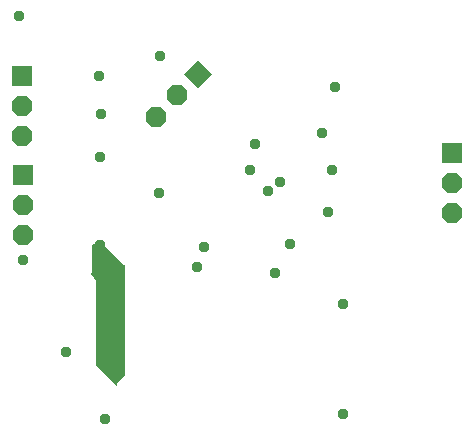
<source format=gbr>
G04 EAGLE Gerber RS-274X export*
G75*
%MOMM*%
%FSLAX34Y34*%
%LPD*%
%INSoldermask Bottom*%
%IPPOS*%
%AMOC8*
5,1,8,0,0,1.08239X$1,22.5*%
G01*
%ADD10R,1.727200X1.727200*%
%ADD11P,1.869504X8X292.500000*%
%ADD12R,1.727200X1.727200*%
%ADD13P,1.869504X8X247.500000*%
%ADD14C,0.959600*%

G36*
X104090Y83251D02*
X104090Y83251D01*
X104142Y83252D01*
X104210Y83277D01*
X104280Y83292D01*
X104324Y83319D01*
X104373Y83337D01*
X104429Y83382D01*
X104491Y83418D01*
X104525Y83458D01*
X104565Y83490D01*
X104604Y83551D01*
X104651Y83605D01*
X104670Y83653D01*
X104698Y83697D01*
X104716Y83767D01*
X104743Y83833D01*
X104751Y83905D01*
X104759Y83936D01*
X104757Y83959D01*
X104761Y84000D01*
X104761Y85685D01*
X110538Y91462D01*
X110591Y91536D01*
X110651Y91605D01*
X110663Y91635D01*
X110682Y91661D01*
X110709Y91748D01*
X110743Y91833D01*
X110747Y91874D01*
X110754Y91897D01*
X110753Y91929D01*
X110761Y92000D01*
X110761Y185000D01*
X110747Y185090D01*
X110739Y185181D01*
X110727Y185211D01*
X110722Y185243D01*
X110679Y185323D01*
X110643Y185407D01*
X110617Y185439D01*
X110606Y185460D01*
X110583Y185482D01*
X110538Y185538D01*
X93538Y202538D01*
X93464Y202591D01*
X93395Y202651D01*
X93365Y202663D01*
X93339Y202682D01*
X93252Y202709D01*
X93167Y202743D01*
X93126Y202747D01*
X93103Y202754D01*
X93071Y202753D01*
X93000Y202761D01*
X84000Y202761D01*
X83980Y202758D01*
X83961Y202760D01*
X83859Y202738D01*
X83757Y202722D01*
X83740Y202712D01*
X83720Y202708D01*
X83631Y202655D01*
X83540Y202606D01*
X83526Y202592D01*
X83509Y202582D01*
X83442Y202503D01*
X83371Y202428D01*
X83362Y202410D01*
X83349Y202395D01*
X83310Y202299D01*
X83267Y202205D01*
X83265Y202185D01*
X83257Y202167D01*
X83239Y202000D01*
X83239Y179315D01*
X82462Y178538D01*
X82450Y178522D01*
X82435Y178510D01*
X82378Y178422D01*
X82318Y178339D01*
X82312Y178320D01*
X82302Y178303D01*
X82276Y178202D01*
X82246Y178103D01*
X82246Y178084D01*
X82241Y178064D01*
X82250Y177961D01*
X82252Y177858D01*
X82259Y177839D01*
X82261Y177819D01*
X82301Y177724D01*
X82337Y177627D01*
X82349Y177611D01*
X82357Y177593D01*
X82462Y177462D01*
X85239Y174685D01*
X85239Y174000D01*
X85254Y173910D01*
X85261Y173819D01*
X85273Y173789D01*
X85279Y173757D01*
X85321Y173677D01*
X85357Y173593D01*
X85383Y173561D01*
X85394Y173540D01*
X85417Y173518D01*
X85462Y173462D01*
X86239Y172685D01*
X86239Y101000D01*
X86254Y100910D01*
X86261Y100819D01*
X86273Y100789D01*
X86279Y100757D01*
X86321Y100677D01*
X86357Y100593D01*
X86383Y100561D01*
X86394Y100540D01*
X86417Y100518D01*
X86462Y100462D01*
X103462Y83462D01*
X103520Y83420D01*
X103572Y83371D01*
X103619Y83349D01*
X103661Y83318D01*
X103730Y83297D01*
X103795Y83267D01*
X103847Y83261D01*
X103897Y83246D01*
X103968Y83248D01*
X104039Y83240D01*
X104090Y83251D01*
G37*
D10*
X24400Y261300D03*
D11*
X24400Y235900D03*
X24400Y210500D03*
D10*
X24200Y345800D03*
D11*
X24200Y320400D03*
X24200Y295000D03*
D10*
X388000Y280400D03*
D11*
X388000Y255000D03*
X388000Y229600D03*
D12*
G36*
X160748Y346961D02*
X172961Y359174D01*
X185174Y346961D01*
X172961Y334748D01*
X160748Y346961D01*
G37*
D13*
X155000Y329000D03*
X137039Y311039D03*
D14*
X178000Y201000D03*
X217000Y266000D03*
X97000Y187000D03*
X94000Y55000D03*
X61000Y112000D03*
X296000Y59000D03*
X296000Y152000D03*
X21000Y396000D03*
X25000Y190000D03*
X140000Y246000D03*
X238000Y179000D03*
X251000Y203000D03*
X172000Y184000D03*
X91000Y313000D03*
X286000Y266000D03*
X242000Y256000D03*
X89000Y345000D03*
X288859Y335800D03*
X90000Y202000D03*
X90000Y277000D03*
X221000Y288000D03*
X141000Y362000D03*
X283000Y230000D03*
X278000Y297000D03*
X232000Y248000D03*
M02*

</source>
